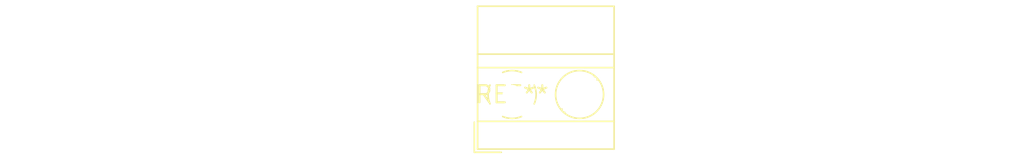
<source format=kicad_pcb>
(kicad_pcb (version 20240108) (generator pcbnew)
  (layers (0 "F.Cu" signal) (31 "B.Cu" signal) (34 "B.Paste" user) (35 "F.Paste" user) (36 "B.SilkS" user "B.Silkscreen") (37 "F.SilkS" user "F.Silkscreen") (38 "B.Mask" user) (39 "F.Mask" user) (44 "Edge.Cuts" user))
  (net 0 "")
  (footprint "TerminalBlock_MetzConnect_Type011_RT05502HBWC_1x02_P5.00mm_Horizontal" (layer "F.Cu") (at 0 0)
    (property "Reference" "REF**")
    (property "Value" "TerminalBlock_MetzConnect_Type011_RT05502HBWC_1x02_P5.00mm_Horizontal")
    (fp_line (start -2.8 2.06) (end -2.8 4.3) (layer "F.SilkS") (stroke (width 0.12)))
    (fp_line (start -2.8 4.3) (end -0.8 4.3) (layer "F.SilkS") (stroke (width 0.12)))
    (fp_line (start -2.56 -6.56) (end -2.56 4.06) (layer "F.SilkS") (stroke (width 0.12)))
    (fp_line (start -2.56 -6.56) (end 7.56 -6.56) (layer "F.SilkS") (stroke (width 0.12)))
    (fp_line (start -2.56 -3) (end 7.56 -3) (layer "F.SilkS") (stroke (width 0.12)))
    (fp_line (start -2.56 -2) (end 7.56 -2) (layer "F.SilkS") (stroke (width 0.12)))
    (fp_line (start -2.56 2) (end 7.56 2) (layer "F.SilkS") (stroke (width 0.12)))
    (fp_line (start -2.56 4.06) (end 7.56 4.06) (layer "F.SilkS") (stroke (width 0.12)))
    (fp_line (start 3.7 1.083) (end 3.65 1.133) (layer "F.SilkS") (stroke (width 0.12)))
    (fp_line (start 3.892 1.325) (end 3.868 1.35) (layer "F.SilkS") (stroke (width 0.12)))
    (fp_line (start 6.133 -1.35) (end 6.108 -1.326) (layer "F.SilkS") (stroke (width 0.12)))
    (fp_line (start 6.35 -1.133) (end 6.301 -1.083) (layer "F.SilkS") (stroke (width 0.12)))
    (fp_line (start 7.56 -6.56) (end 7.56 4.06) (layer "F.SilkS") (stroke (width 0.12)))
    (fp_arc (start -1.639206 0.695516) (mid -1.780657 -0.000263) (end -1.639 -0.696) (layer "F.SilkS") (stroke (width 0.12)))
    (fp_arc (start -0.695516 -1.639206) (mid 0.000263 -1.780657) (end 0.696 -1.639) (layer "F.SilkS") (stroke (width 0.12)))
    (fp_arc (start 0.030814 1.78039) (mid -0.340023 1.747891) (end -0.696 1.639) (layer "F.SilkS") (stroke (width 0.12)))
    (fp_arc (start 0.695501 1.638499) (mid 0.354875 1.744266) (end 0 1.78) (layer "F.SilkS") (stroke (width 0.12)))
    (fp_arc (start 1.639206 -0.695516) (mid 1.780657 0.000263) (end 1.639 0.696) (layer "F.SilkS") (stroke (width 0.12)))
    (fp_circle (center 5 0) (end 6.78 0) (layer "F.SilkS") (stroke (width 0.12)) (fill none))
    (pad "1" thru_hole rect (at 0 0) (size 2.8 2.8) (drill 1.4) (layers *.Cu *.Mask) (remove_unused_layers))
    (pad "2" thru_hole circle (at 5 0) (size 2.8 2.8) (drill 1.4) (layers *.Cu *.Mask) (remove_unused_layers))
  )
)
</source>
